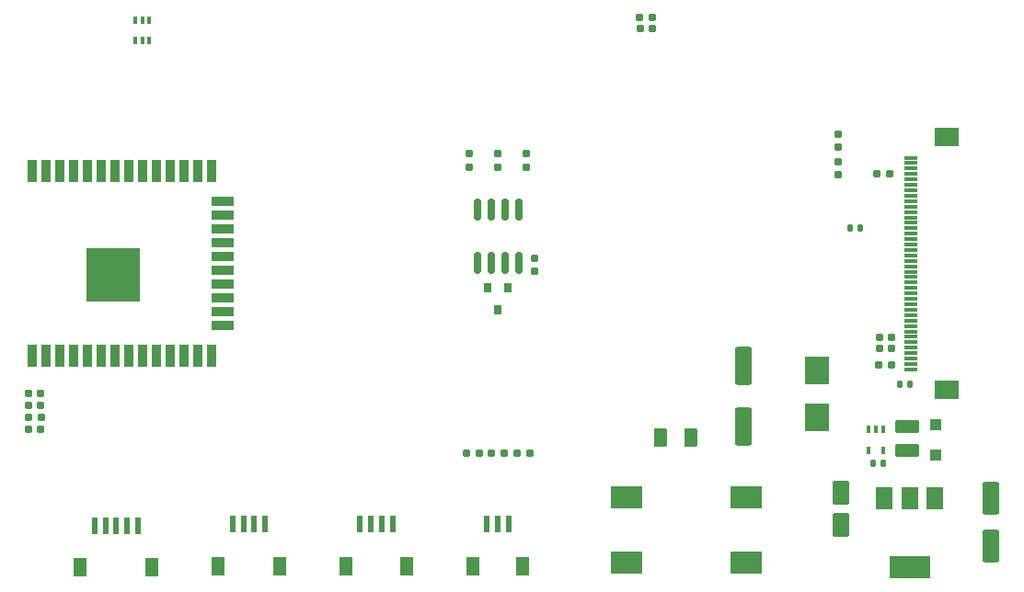
<source format=gtp>
G04 #@! TF.GenerationSoftware,KiCad,Pcbnew,(6.0.0)*
G04 #@! TF.CreationDate,2022-01-01T11:54:16+05:30*
G04 #@! TF.ProjectId,ESP32_BoardV1,45535033-325f-4426-9f61-726456312e6b,rev?*
G04 #@! TF.SameCoordinates,Original*
G04 #@! TF.FileFunction,Paste,Top*
G04 #@! TF.FilePolarity,Positive*
%FSLAX46Y46*%
G04 Gerber Fmt 4.6, Leading zero omitted, Abs format (unit mm)*
G04 Created by KiCad (PCBNEW (6.0.0)) date 2022-01-01 11:54:16*
%MOMM*%
%LPD*%
G01*
G04 APERTURE LIST*
G04 Aperture macros list*
%AMRoundRect*
0 Rectangle with rounded corners*
0 $1 Rounding radius*
0 $2 $3 $4 $5 $6 $7 $8 $9 X,Y pos of 4 corners*
0 Add a 4 corners polygon primitive as box body*
4,1,4,$2,$3,$4,$5,$6,$7,$8,$9,$2,$3,0*
0 Add four circle primitives for the rounded corners*
1,1,$1+$1,$2,$3*
1,1,$1+$1,$4,$5*
1,1,$1+$1,$6,$7*
1,1,$1+$1,$8,$9*
0 Add four rect primitives between the rounded corners*
20,1,$1+$1,$2,$3,$4,$5,0*
20,1,$1+$1,$4,$5,$6,$7,0*
20,1,$1+$1,$6,$7,$8,$9,0*
20,1,$1+$1,$8,$9,$2,$3,0*%
G04 Aperture macros list end*
%ADD10RoundRect,0.155000X0.212500X0.155000X-0.212500X0.155000X-0.212500X-0.155000X0.212500X-0.155000X0*%
%ADD11R,0.400000X0.650000*%
%ADD12RoundRect,0.160000X-0.197500X-0.160000X0.197500X-0.160000X0.197500X0.160000X-0.197500X0.160000X0*%
%ADD13R,0.900000X2.000000*%
%ADD14R,2.000000X0.900000*%
%ADD15R,5.000000X5.000000*%
%ADD16R,0.600000X1.550000*%
%ADD17R,1.200000X1.800000*%
%ADD18RoundRect,0.160000X0.197500X0.160000X-0.197500X0.160000X-0.197500X-0.160000X0.197500X-0.160000X0*%
%ADD19R,2.300000X2.500000*%
%ADD20RoundRect,0.250000X-0.550000X0.850000X-0.550000X-0.850000X0.550000X-0.850000X0.550000X0.850000X0*%
%ADD21R,1.500000X2.000000*%
%ADD22R,3.800000X2.000000*%
%ADD23RoundRect,0.250000X0.550000X-1.250000X0.550000X1.250000X-0.550000X1.250000X-0.550000X-1.250000X0*%
%ADD24R,1.300000X0.300000*%
%ADD25R,2.200000X1.800000*%
%ADD26RoundRect,0.160000X0.160000X-0.197500X0.160000X0.197500X-0.160000X0.197500X-0.160000X-0.197500X0*%
%ADD27RoundRect,0.160000X-0.160000X0.197500X-0.160000X-0.197500X0.160000X-0.197500X0.160000X0.197500X0*%
%ADD28RoundRect,0.155000X-0.155000X0.212500X-0.155000X-0.212500X0.155000X-0.212500X0.155000X0.212500X0*%
%ADD29R,0.800000X0.900000*%
%ADD30RoundRect,0.150000X-0.150000X0.825000X-0.150000X-0.825000X0.150000X-0.825000X0.150000X0.825000X0*%
%ADD31R,3.000000X2.000000*%
%ADD32RoundRect,0.250000X0.375000X0.625000X-0.375000X0.625000X-0.375000X-0.625000X0.375000X-0.625000X0*%
%ADD33RoundRect,0.140000X0.140000X0.170000X-0.140000X0.170000X-0.140000X-0.170000X0.140000X-0.170000X0*%
%ADD34RoundRect,0.250000X0.550000X-1.500000X0.550000X1.500000X-0.550000X1.500000X-0.550000X-1.500000X0*%
%ADD35RoundRect,0.140000X-0.140000X-0.170000X0.140000X-0.170000X0.140000X0.170000X-0.140000X0.170000X0*%
%ADD36R,1.100000X1.100000*%
%ADD37RoundRect,0.250000X0.850000X-0.375000X0.850000X0.375000X-0.850000X0.375000X-0.850000X-0.375000X0*%
G04 APERTURE END LIST*
D10*
X93567500Y-138100000D03*
X92432500Y-138100000D03*
X93567500Y-140300000D03*
X92432500Y-140300000D03*
X93567500Y-137000000D03*
X92432500Y-137000000D03*
D11*
X102250000Y-104450000D03*
X102900000Y-104450000D03*
X103550000Y-104450000D03*
X103550000Y-102550000D03*
X102900000Y-102550000D03*
X102250000Y-102550000D03*
D12*
X135027500Y-142500000D03*
X136222500Y-142500000D03*
X137402500Y-142500000D03*
X138597500Y-142500000D03*
D13*
X92745000Y-133500000D03*
X94015000Y-133500000D03*
X95285000Y-133500000D03*
X96555000Y-133500000D03*
X97825000Y-133500000D03*
X99095000Y-133500000D03*
X100365000Y-133500000D03*
X101635000Y-133500000D03*
X102905000Y-133500000D03*
X104175000Y-133500000D03*
X105445000Y-133500000D03*
X106715000Y-133500000D03*
X107985000Y-133500000D03*
X109255000Y-133500000D03*
D14*
X110255000Y-130715000D03*
X110255000Y-129445000D03*
X110255000Y-128175000D03*
X110255000Y-126905000D03*
X110255000Y-125635000D03*
X110255000Y-124365000D03*
X110255000Y-123095000D03*
X110255000Y-121825000D03*
X110255000Y-120555000D03*
X110255000Y-119285000D03*
D13*
X109255000Y-116500000D03*
X107985000Y-116500000D03*
X106715000Y-116500000D03*
X105445000Y-116500000D03*
X104175000Y-116500000D03*
X102905000Y-116500000D03*
X101635000Y-116500000D03*
X100365000Y-116500000D03*
X99095000Y-116500000D03*
X97825000Y-116500000D03*
X96555000Y-116500000D03*
X95285000Y-116500000D03*
X94015000Y-116500000D03*
X92745000Y-116500000D03*
D15*
X100245000Y-126000000D03*
D10*
X171867500Y-132800000D03*
X170732500Y-132800000D03*
D16*
X122916666Y-149000000D03*
X123916666Y-149000000D03*
X124916666Y-149000000D03*
X125916666Y-149000000D03*
D17*
X121616666Y-152875000D03*
X127216666Y-152875000D03*
D12*
X132702500Y-142500000D03*
X133897500Y-142500000D03*
D10*
X149837500Y-103352500D03*
X148702500Y-103352500D03*
D18*
X149867500Y-102352500D03*
X148672500Y-102352500D03*
D16*
X134625000Y-149000000D03*
X135625000Y-149000000D03*
X136625000Y-149000000D03*
D17*
X133325000Y-152875000D03*
X137925000Y-152875000D03*
D19*
X165000000Y-139150000D03*
X165000000Y-134850000D03*
D20*
X167200000Y-146100000D03*
X167200000Y-149100000D03*
D21*
X175800000Y-146650000D03*
X173500000Y-146650000D03*
D22*
X173500000Y-152950000D03*
D21*
X171200000Y-146650000D03*
D23*
X181000000Y-151000000D03*
X181000000Y-146600000D03*
D10*
X171867500Y-131800000D03*
X170732500Y-131800000D03*
D24*
X173650000Y-134750000D03*
X173650000Y-134250000D03*
X173650000Y-133750000D03*
X173650000Y-133250000D03*
X173650000Y-132750000D03*
X173650000Y-132250000D03*
X173650000Y-131750000D03*
X173650000Y-131250000D03*
X173650000Y-130750000D03*
X173650000Y-130250000D03*
X173650000Y-129750000D03*
X173650000Y-129250000D03*
X173650000Y-128750000D03*
X173650000Y-128250000D03*
X173650000Y-127750000D03*
X173650000Y-127250000D03*
X173650000Y-126750000D03*
X173650000Y-126250000D03*
X173650000Y-125750000D03*
X173650000Y-125250000D03*
X173650000Y-124750000D03*
X173650000Y-124250000D03*
X173650000Y-123750000D03*
X173650000Y-123250000D03*
X173650000Y-122750000D03*
X173650000Y-122250000D03*
X173650000Y-121750000D03*
X173650000Y-121250000D03*
X173650000Y-120750000D03*
X173650000Y-120250000D03*
X173650000Y-119750000D03*
X173650000Y-119250000D03*
X173650000Y-118750000D03*
X173650000Y-118250000D03*
X173650000Y-117750000D03*
X173650000Y-117250000D03*
X173650000Y-116750000D03*
X173650000Y-116250000D03*
X173650000Y-115750000D03*
X173650000Y-115250000D03*
D25*
X176900000Y-113350000D03*
X176900000Y-136650000D03*
D26*
X166900000Y-114297500D03*
X166900000Y-113102500D03*
D27*
X166900000Y-115652500D03*
X166900000Y-116847500D03*
D28*
X139000000Y-124532500D03*
X139000000Y-125667500D03*
D29*
X136575000Y-127250000D03*
X134675000Y-127250000D03*
X135625000Y-129250000D03*
D27*
X135625000Y-114902500D03*
X135625000Y-116097500D03*
X138250000Y-114902500D03*
X138250000Y-116097500D03*
D30*
X137530000Y-120025000D03*
X136260000Y-120025000D03*
X134990000Y-120025000D03*
X133720000Y-120025000D03*
X133720000Y-124975000D03*
X134990000Y-124975000D03*
X136260000Y-124975000D03*
X137530000Y-124975000D03*
D27*
X133000000Y-114902500D03*
X133000000Y-116097500D03*
D12*
X92402500Y-139200000D03*
X93597500Y-139200000D03*
D31*
X147500000Y-146500000D03*
X147500000Y-152500000D03*
X158500000Y-146500000D03*
X158500000Y-152500000D03*
D32*
X153400000Y-141000000D03*
X150600000Y-141000000D03*
D16*
X111208333Y-149000000D03*
X112208333Y-149000000D03*
X113208333Y-149000000D03*
X114208333Y-149000000D03*
D17*
X109908333Y-152875000D03*
X115508333Y-152875000D03*
D16*
X98500000Y-149125000D03*
X99500000Y-149125000D03*
X100500000Y-149125000D03*
X101500000Y-149125000D03*
X102500000Y-149125000D03*
D17*
X97200000Y-153000000D03*
X103800000Y-153000000D03*
D33*
X173560000Y-136100000D03*
X172600000Y-136100000D03*
D34*
X158200000Y-140000000D03*
X158200000Y-134400000D03*
D33*
X171080000Y-143400000D03*
X170120000Y-143400000D03*
D35*
X168020000Y-121700000D03*
X168980000Y-121700000D03*
D12*
X170502500Y-116700000D03*
X171697500Y-116700000D03*
D36*
X175900000Y-142600000D03*
X175900000Y-139800000D03*
D37*
X173300000Y-142175000D03*
X173300000Y-140025000D03*
D12*
X170670000Y-134300000D03*
X171865000Y-134300000D03*
D11*
X171050000Y-140300000D03*
X170400000Y-140300000D03*
X169750000Y-140300000D03*
X169750000Y-142200000D03*
X171050000Y-142200000D03*
M02*

</source>
